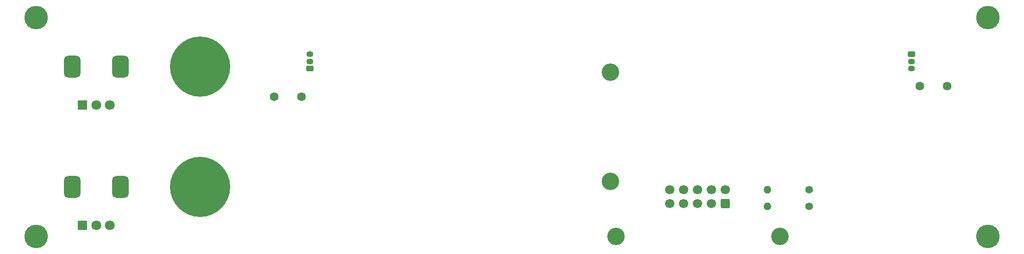
<source format=gts>
G04 #@! TF.GenerationSoftware,KiCad,Pcbnew,8.0.7*
G04 #@! TF.CreationDate,2025-06-17T21:45:10-04:00*
G04 #@! TF.ProjectId,ESP32_MIDI_Summer25_GTR.kicad_pro,45535033-325f-44d4-9944-495f53756d6d,rev?*
G04 #@! TF.SameCoordinates,Original*
G04 #@! TF.FileFunction,Soldermask,Top*
G04 #@! TF.FilePolarity,Negative*
%FSLAX46Y46*%
G04 Gerber Fmt 4.6, Leading zero omitted, Abs format (unit mm)*
G04 Created by KiCad (PCBNEW 8.0.7) date 2025-06-17 21:45:10*
%MOMM*%
%LPD*%
G01*
G04 APERTURE LIST*
G04 Aperture macros list*
%AMRoundRect*
0 Rectangle with rounded corners*
0 $1 Rounding radius*
0 $2 $3 $4 $5 $6 $7 $8 $9 X,Y pos of 4 corners*
0 Add a 4 corners polygon primitive as box body*
4,1,4,$2,$3,$4,$5,$6,$7,$8,$9,$2,$3,0*
0 Add four circle primitives for the rounded corners*
1,1,$1+$1,$2,$3*
1,1,$1+$1,$4,$5*
1,1,$1+$1,$6,$7*
1,1,$1+$1,$8,$9*
0 Add four rect primitives between the rounded corners*
20,1,$1+$1,$2,$3,$4,$5,0*
20,1,$1+$1,$4,$5,$6,$7,0*
20,1,$1+$1,$6,$7,$8,$9,0*
20,1,$1+$1,$8,$9,$2,$3,0*%
G04 Aperture macros list end*
%ADD10C,3.200000*%
%ADD11C,4.300000*%
%ADD12R,1.800000X1.800000*%
%ADD13C,1.800000*%
%ADD14RoundRect,0.750000X0.750000X-1.250000X0.750000X1.250000X-0.750000X1.250000X-0.750000X-1.250000X0*%
%ADD15O,1.300000X1.050000*%
%ADD16RoundRect,0.249900X0.400100X-0.275100X0.400100X0.275100X-0.400100X0.275100X-0.400100X-0.275100X0*%
%ADD17RoundRect,0.249900X-0.400100X0.275100X-0.400100X-0.275100X0.400100X-0.275100X0.400100X0.275100X0*%
%ADD18C,6.800000*%
%ADD19C,11.000000*%
%ADD20C,1.600000*%
%ADD21C,1.400000*%
%ADD22O,1.400000X1.400000*%
%ADD23RoundRect,0.250000X0.600000X-0.600000X0.600000X0.600000X-0.600000X0.600000X-0.600000X-0.600000X0*%
%ADD24C,1.700000*%
G04 APERTURE END LIST*
D10*
X184000000Y-114000000D03*
X154000000Y-114000000D03*
D11*
X222000000Y-114000000D03*
X222000000Y-74000000D03*
X48000000Y-114000000D03*
X48000000Y-74000000D03*
D12*
X56500000Y-112000000D03*
D13*
X59000000Y-112000000D03*
X61500000Y-112000000D03*
D14*
X54600000Y-105000000D03*
X63400000Y-105000000D03*
D10*
X153000000Y-84000000D03*
D15*
X98000000Y-80700000D03*
X98000000Y-82000000D03*
D16*
X98000000Y-83300000D03*
D17*
X208000000Y-80700000D03*
D15*
X208000000Y-82000000D03*
X208000000Y-83300000D03*
D18*
X78000000Y-105000000D03*
D19*
X78000000Y-105000000D03*
D10*
X153000000Y-104000000D03*
D12*
X56500000Y-90000000D03*
D13*
X59000000Y-90000000D03*
X61500000Y-90000000D03*
D14*
X63400000Y-83000000D03*
X54600000Y-82950000D03*
D18*
X78000000Y-83000000D03*
D19*
X78000000Y-83000000D03*
D20*
X209500000Y-86500000D03*
X214500000Y-86500000D03*
D21*
X189310000Y-105500000D03*
D22*
X181690000Y-105500000D03*
D20*
X96500000Y-88500000D03*
X91500000Y-88500000D03*
D21*
X189310000Y-108500000D03*
D22*
X181690000Y-108500000D03*
D23*
X174000000Y-108000000D03*
D24*
X174000000Y-105460000D03*
X171460000Y-108000000D03*
X171460000Y-105460000D03*
X168920000Y-108000000D03*
X168920000Y-105460000D03*
X166380000Y-108000000D03*
X166380000Y-105460000D03*
X163840000Y-108000000D03*
X163840000Y-105460000D03*
M02*

</source>
